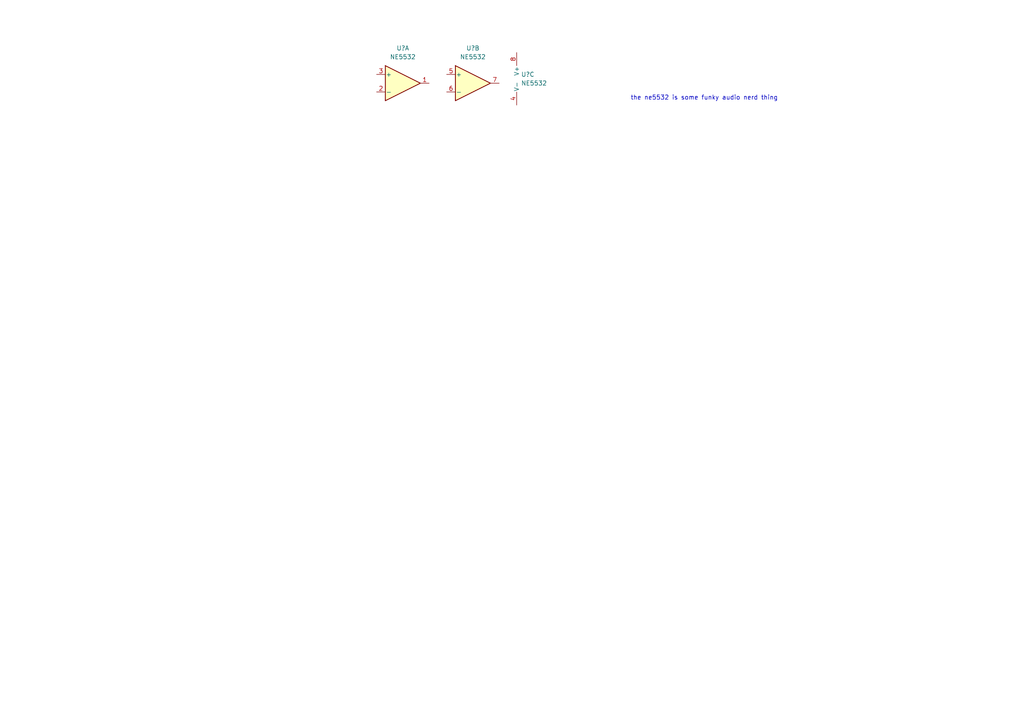
<source format=kicad_sch>
(kicad_sch (version 20210621) (generator eeschema)
  (paper "A4")
  (lib_symbols
    (symbol "Amplifier_Operational:NE5532" (pin_names (offset 0.127))
      (property "Reference" "U" (at 0 5.08 0))
      (property "Value" "NE5532" (at 0 -5.08 0))
      (symbol "NE5532_1_1"
        (polyline (pts (xy -5.08 5.08) (xy 5.08 0) (xy -5.08 -5.08) (xy -5.08 5.08)) (stroke (width 0.254)) (fill (type background)))
        (pin output line (at 7.62 0 180) (length 2.54) (name "~") (number "1"))
        (pin input line (at -7.62 -2.54 0) (length 2.54) (name "-") (number "2"))
        (pin input line (at -7.62 2.54 0) (length 2.54) (name "+") (number "3"))
      )
      (symbol "NE5532_2_1"
        (polyline (pts (xy -5.08 5.08) (xy 5.08 0) (xy -5.08 -5.08) (xy -5.08 5.08)) (stroke (width 0.254)) (fill (type background)))
        (pin input line (at -7.62 2.54 0) (length 2.54) (name "+") (number "5"))
        (pin input line (at -7.62 -2.54 0) (length 2.54) (name "-") (number "6"))
        (pin output line (at 7.62 0 180) (length 2.54) (name "~") (number "7"))
      )
      (symbol "NE5532_3_1"
        (pin power_in line (at -2.54 -7.62 90) (length 3.81) (name "V-") (number "4"))
        (pin power_in line (at -2.54 7.62 270) (length 3.81) (name "V+") (number "8"))
      )
    )
  )
  (text "the ne5532 is some funky audio nerd thing\n" (at 182.88 29.21 0) (effects (font (size 1.27 1.27)) (justify left bottom)))
  (symbol (lib_id "Amplifier_Operational:NE5532") (at 152.4 22.86 0) (unit 3)
    (property "Reference" "U?" (at 151.13 21.5899 0) (effects (justify left)))
    (property "Value" "NE5532" (at 151.13 24.1299 0) (effects (justify left)))
    (property "Datasheet" "http://www.ti.com/lit/ds/symlink/ne5532.pdf" (effects hide))
  )
  (symbol (lib_id "Amplifier_Operational:NE5532") (at 116.84 24.13 0) (unit 1)
    (property "Reference" "U?" (at 116.84 13.97 0))
    (property "Value" "NE5532" (at 116.84 16.51 0))
    (property "Datasheet" "http://www.ti.com/lit/ds/symlink/ne5532.pdf" (effects hide))
  )
  (symbol (lib_id "Amplifier_Operational:NE5532") (at 137.16 24.13 0) (unit 2)
    (property "Reference" "U?" (at 137.16 13.97 0))
    (property "Value" "NE5532" (at 137.16 16.51 0))
    (property "Datasheet" "http://www.ti.com/lit/ds/symlink/ne5532.pdf" (effects hide))
  )
)
</source>
